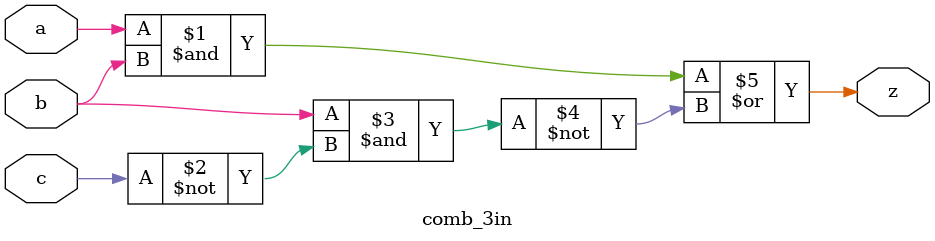
<source format=v>
module comb_3in(a,b,c,z);
    input a,b,c;
    output z;
    assign z = (a & b)|~(b & ~c);
endmodule

</source>
